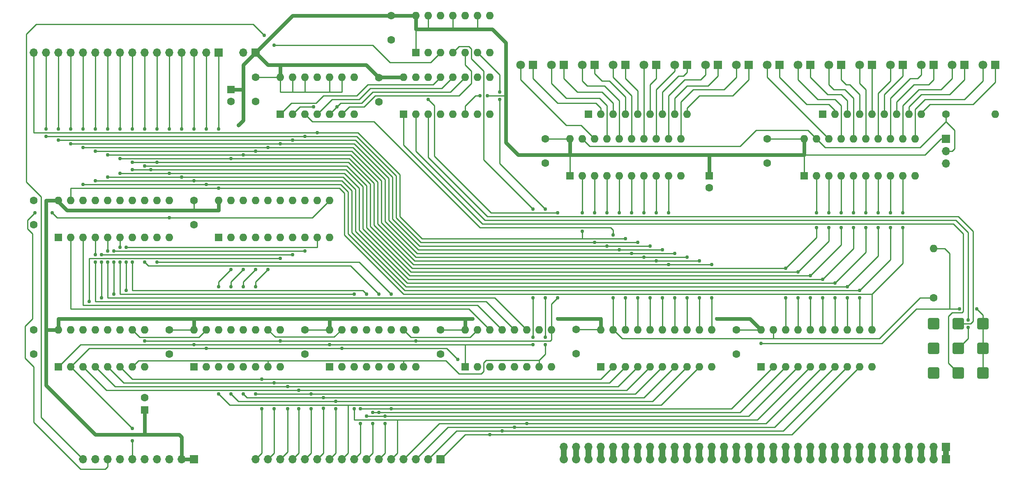
<source format=gtl>
G04 #@! TF.GenerationSoftware,KiCad,Pcbnew,(7.0.0)*
G04 #@! TF.CreationDate,2024-11-17T17:31:48-08:00*
G04 #@! TF.ProjectId,offset_preset_counter,6f666673-6574-45f7-9072-657365745f63,rev?*
G04 #@! TF.SameCoordinates,Original*
G04 #@! TF.FileFunction,Copper,L1,Top*
G04 #@! TF.FilePolarity,Positive*
%FSLAX46Y46*%
G04 Gerber Fmt 4.6, Leading zero omitted, Abs format (unit mm)*
G04 Created by KiCad (PCBNEW (7.0.0)) date 2024-11-17 17:31:48*
%MOMM*%
%LPD*%
G01*
G04 APERTURE LIST*
G04 Aperture macros list*
%AMRoundRect*
0 Rectangle with rounded corners*
0 $1 Rounding radius*
0 $2 $3 $4 $5 $6 $7 $8 $9 X,Y pos of 4 corners*
0 Add a 4 corners polygon primitive as box body*
4,1,4,$2,$3,$4,$5,$6,$7,$8,$9,$2,$3,0*
0 Add four circle primitives for the rounded corners*
1,1,$1+$1,$2,$3*
1,1,$1+$1,$4,$5*
1,1,$1+$1,$6,$7*
1,1,$1+$1,$8,$9*
0 Add four rect primitives between the rounded corners*
20,1,$1+$1,$2,$3,$4,$5,0*
20,1,$1+$1,$4,$5,$6,$7,0*
20,1,$1+$1,$6,$7,$8,$9,0*
20,1,$1+$1,$8,$9,$2,$3,0*%
%AMFreePoly0*
4,1,13,0.850000,-0.850000,-0.850000,-0.850000,-0.850000,-0.558000,-1.778000,-0.558000,-1.813355,-0.543355,-1.828000,-0.508000,-1.828000,0.508000,-1.813355,0.543355,-1.778000,0.558000,-0.850000,0.558000,-0.850000,0.850000,0.850000,0.850000,0.850000,-0.850000,0.850000,-0.850000,$1*%
%AMFreePoly1*
4,1,32,0.262664,0.808398,0.425000,0.736122,0.568761,0.631673,0.687664,0.499617,0.776514,0.345726,0.831425,0.176725,0.850000,0.000000,0.831425,-0.176725,0.776514,-0.345726,0.687664,-0.499617,0.568761,-0.631673,0.425000,-0.736122,0.262664,-0.808398,0.088849,-0.845344,-0.088849,-0.845344,-0.262664,-0.808398,-0.425000,-0.736122,-0.568761,-0.631673,-0.635096,-0.558000,-2.032000,-0.558000,
-2.067355,-0.543355,-2.082000,-0.508000,-2.082000,0.508000,-2.067355,0.543355,-2.032000,0.558000,-0.635096,0.558000,-0.568761,0.631673,-0.425000,0.736122,-0.262664,0.808398,-0.088849,0.845344,0.088849,0.845344,0.262664,0.808398,0.262664,0.808398,$1*%
G04 Aperture macros list end*
G04 #@! TA.AperFunction,ComponentPad*
%ADD10C,1.600000*%
G04 #@! TD*
G04 #@! TA.AperFunction,ComponentPad*
%ADD11R,1.800000X1.800000*%
G04 #@! TD*
G04 #@! TA.AperFunction,ComponentPad*
%ADD12C,1.800000*%
G04 #@! TD*
G04 #@! TA.AperFunction,ComponentPad*
%ADD13R,1.600000X1.600000*%
G04 #@! TD*
G04 #@! TA.AperFunction,ComponentPad*
%ADD14O,1.600000X1.600000*%
G04 #@! TD*
G04 #@! TA.AperFunction,ComponentPad*
%ADD15RoundRect,0.250001X-0.899999X-0.899999X0.899999X-0.899999X0.899999X0.899999X-0.899999X0.899999X0*%
G04 #@! TD*
G04 #@! TA.AperFunction,ComponentPad*
%ADD16R,1.700000X1.700000*%
G04 #@! TD*
G04 #@! TA.AperFunction,ComponentPad*
%ADD17O,1.700000X1.700000*%
G04 #@! TD*
G04 #@! TA.AperFunction,ComponentPad*
%ADD18FreePoly0,270.000000*%
G04 #@! TD*
G04 #@! TA.AperFunction,ComponentPad*
%ADD19FreePoly1,270.000000*%
G04 #@! TD*
G04 #@! TA.AperFunction,ViaPad*
%ADD20C,0.762000*%
G04 #@! TD*
G04 #@! TA.AperFunction,Conductor*
%ADD21C,0.254000*%
G04 #@! TD*
G04 #@! TA.AperFunction,Conductor*
%ADD22C,0.762000*%
G04 #@! TD*
G04 APERTURE END LIST*
D10*
X165100000Y-118030000D03*
X165100000Y-123030000D03*
X137160000Y-123110000D03*
X137160000Y-118110000D03*
X109220000Y-123110000D03*
X109220000Y-118110000D03*
X81280000Y-123110000D03*
X81280000Y-118110000D03*
X53340000Y-123110000D03*
X53340000Y-118110000D03*
X127000000Y-58340000D03*
X127000000Y-53340000D03*
D11*
X251459999Y-63499999D03*
D12*
X248920000Y-63500000D03*
D11*
X245109999Y-63499999D03*
D12*
X242570000Y-63500000D03*
D11*
X238759999Y-63499999D03*
D12*
X236220000Y-63500000D03*
D11*
X232409999Y-63499999D03*
D12*
X229870000Y-63500000D03*
D11*
X226059999Y-63499999D03*
D12*
X223520000Y-63500000D03*
D11*
X219709999Y-63499999D03*
D12*
X217170000Y-63500000D03*
D11*
X213359999Y-63499999D03*
D12*
X210820000Y-63500000D03*
D11*
X207009999Y-63499999D03*
D12*
X204470000Y-63500000D03*
D11*
X200659999Y-63499999D03*
D12*
X198120000Y-63500000D03*
D11*
X194309999Y-63499999D03*
D12*
X191770000Y-63500000D03*
D11*
X187959999Y-63499999D03*
D12*
X185420000Y-63500000D03*
D11*
X181609999Y-63499999D03*
D12*
X179070000Y-63500000D03*
D11*
X175259999Y-63499999D03*
D12*
X172720000Y-63500000D03*
D11*
X168909999Y-63499999D03*
D12*
X166370000Y-63500000D03*
D11*
X162559999Y-63499999D03*
D12*
X160020000Y-63500000D03*
D11*
X156209999Y-63499999D03*
D12*
X153670000Y-63500000D03*
D13*
X132079999Y-60959999D03*
D14*
X134619999Y-60959999D03*
X137159999Y-60959999D03*
X139699999Y-60959999D03*
X142239999Y-60959999D03*
X144779999Y-60959999D03*
X147319999Y-60959999D03*
X147319999Y-53339999D03*
X144779999Y-53339999D03*
X142239999Y-53339999D03*
X139699999Y-53339999D03*
X137159999Y-53339999D03*
X134619999Y-53339999D03*
X132079999Y-53339999D03*
D10*
X198120000Y-118110000D03*
X198120000Y-123110000D03*
X204470000Y-78740000D03*
X204470000Y-83740000D03*
X158750000Y-78740000D03*
X158750000Y-83740000D03*
D13*
X167639999Y-73659999D03*
D14*
X170179999Y-73659999D03*
X172719999Y-73659999D03*
X175259999Y-73659999D03*
X177799999Y-73659999D03*
X180339999Y-73659999D03*
X182879999Y-73659999D03*
X185419999Y-73659999D03*
X187959999Y-73659999D03*
D13*
X215899999Y-73659999D03*
D14*
X218439999Y-73659999D03*
X220979999Y-73659999D03*
X223519999Y-73659999D03*
X226059999Y-73659999D03*
X228599999Y-73659999D03*
X231139999Y-73659999D03*
X233679999Y-73659999D03*
X236219999Y-73659999D03*
D10*
X241300000Y-73660000D03*
D14*
X251459999Y-73659999D03*
D10*
X238760000Y-111506000D03*
D14*
X238759999Y-101345999D03*
D13*
X142239999Y-125729999D03*
D14*
X144779999Y-125729999D03*
X147319999Y-125729999D03*
X149859999Y-125729999D03*
X152399999Y-125729999D03*
X154939999Y-125729999D03*
X157479999Y-125729999D03*
X160019999Y-125729999D03*
X160019999Y-118109999D03*
X157479999Y-118109999D03*
X154939999Y-118109999D03*
X152399999Y-118109999D03*
X149859999Y-118109999D03*
X147319999Y-118109999D03*
X144779999Y-118109999D03*
X142239999Y-118109999D03*
D13*
X170179999Y-125729999D03*
D14*
X172719999Y-125729999D03*
X175259999Y-125729999D03*
X177799999Y-125729999D03*
X180339999Y-125729999D03*
X182879999Y-125729999D03*
X185419999Y-125729999D03*
X187959999Y-125729999D03*
X190499999Y-125729999D03*
X193039999Y-125729999D03*
X193039999Y-118109999D03*
X190499999Y-118109999D03*
X187959999Y-118109999D03*
X185419999Y-118109999D03*
X182879999Y-118109999D03*
X180339999Y-118109999D03*
X177799999Y-118109999D03*
X175259999Y-118109999D03*
X172719999Y-118109999D03*
X170179999Y-118109999D03*
D15*
X238760000Y-116840000D03*
D13*
X76199999Y-134619999D03*
D10*
X76200000Y-132120000D03*
D13*
X91439999Y-99059999D03*
D14*
X93979999Y-99059999D03*
X96519999Y-99059999D03*
X99059999Y-99059999D03*
X101599999Y-99059999D03*
X104139999Y-99059999D03*
X106679999Y-99059999D03*
X109219999Y-99059999D03*
X111759999Y-99059999D03*
X114299999Y-99059999D03*
X114299999Y-91439999D03*
X111759999Y-91439999D03*
X109219999Y-91439999D03*
X106679999Y-91439999D03*
X104139999Y-91439999D03*
X101599999Y-91439999D03*
X99059999Y-91439999D03*
X96519999Y-91439999D03*
X93979999Y-91439999D03*
X91439999Y-91439999D03*
D16*
X137159999Y-144779999D03*
D17*
X134619999Y-144779999D03*
X132079999Y-144779999D03*
X129539999Y-144779999D03*
X126999999Y-144779999D03*
X124459999Y-144779999D03*
X121919999Y-144779999D03*
X119379999Y-144779999D03*
X116839999Y-144779999D03*
X114299999Y-144779999D03*
X111759999Y-144779999D03*
X109219999Y-144779999D03*
X106679999Y-144779999D03*
X104139999Y-144779999D03*
X101599999Y-144779999D03*
X99059999Y-144779999D03*
D15*
X248920000Y-121920000D03*
X248920000Y-116840000D03*
D13*
X129539999Y-73659999D03*
D14*
X132079999Y-73659999D03*
X134619999Y-73659999D03*
X137159999Y-73659999D03*
X139699999Y-73659999D03*
X142239999Y-73659999D03*
X144779999Y-73659999D03*
X147319999Y-73659999D03*
X147319999Y-66039999D03*
X144779999Y-66039999D03*
X142239999Y-66039999D03*
X139699999Y-66039999D03*
X137159999Y-66039999D03*
X134619999Y-66039999D03*
X132079999Y-66039999D03*
X129539999Y-66039999D03*
D10*
X53340000Y-96440000D03*
X53340000Y-91440000D03*
X99060000Y-71040000D03*
X99060000Y-66040000D03*
D15*
X238760000Y-121920000D03*
D13*
X203199999Y-125729999D03*
D14*
X205739999Y-125729999D03*
X208279999Y-125729999D03*
X210819999Y-125729999D03*
X213359999Y-125729999D03*
X215899999Y-125729999D03*
X218439999Y-125729999D03*
X220979999Y-125729999D03*
X223519999Y-125729999D03*
X226059999Y-125729999D03*
X226059999Y-118109999D03*
X223519999Y-118109999D03*
X220979999Y-118109999D03*
X218439999Y-118109999D03*
X215899999Y-118109999D03*
X213359999Y-118109999D03*
X210819999Y-118109999D03*
X208279999Y-118109999D03*
X205739999Y-118109999D03*
X203199999Y-118109999D03*
D16*
X86359999Y-144779999D03*
D17*
X83819999Y-144779999D03*
X81279999Y-144779999D03*
X78739999Y-144779999D03*
X76199999Y-144779999D03*
X73659999Y-144779999D03*
X71119999Y-144779999D03*
X68579999Y-144779999D03*
X66039999Y-144779999D03*
X63499999Y-144779999D03*
D13*
X58419999Y-99059999D03*
D14*
X60959999Y-99059999D03*
X63499999Y-99059999D03*
X66039999Y-99059999D03*
X68579999Y-99059999D03*
X71119999Y-99059999D03*
X73659999Y-99059999D03*
X76199999Y-99059999D03*
X78739999Y-99059999D03*
X81279999Y-99059999D03*
X81279999Y-91439999D03*
X78739999Y-91439999D03*
X76199999Y-91439999D03*
X73659999Y-91439999D03*
X71119999Y-91439999D03*
X68579999Y-91439999D03*
X66039999Y-91439999D03*
X63499999Y-91439999D03*
X60959999Y-91439999D03*
X58419999Y-91439999D03*
D15*
X238760000Y-127000000D03*
D16*
X241299999Y-142239999D03*
D18*
X241300000Y-144780000D03*
D17*
X238759999Y-142239999D03*
D19*
X238760000Y-144780000D03*
D17*
X236219999Y-142239999D03*
D19*
X236220000Y-144780000D03*
D17*
X233679999Y-142239999D03*
D19*
X233680000Y-144780000D03*
D17*
X231139999Y-142239999D03*
D19*
X231140000Y-144780000D03*
D17*
X228599999Y-142239999D03*
D19*
X228600000Y-144780000D03*
D17*
X226059999Y-142239999D03*
D19*
X226060000Y-144780000D03*
D17*
X223519999Y-142239999D03*
D19*
X223520000Y-144780000D03*
D17*
X220979999Y-142239999D03*
D19*
X220980000Y-144780000D03*
D17*
X218439999Y-142239999D03*
D19*
X218440000Y-144780000D03*
D17*
X215899999Y-142239999D03*
D19*
X215900000Y-144780000D03*
D17*
X213359999Y-142239999D03*
D19*
X213360000Y-144780000D03*
D17*
X210819999Y-142239999D03*
D19*
X210820000Y-144780000D03*
D17*
X208279999Y-142239999D03*
D19*
X208280000Y-144780000D03*
D17*
X205739999Y-142239999D03*
D19*
X205740000Y-144780000D03*
D17*
X203199999Y-142239999D03*
D19*
X203200000Y-144780000D03*
D17*
X200659999Y-142239999D03*
D19*
X200660000Y-144780000D03*
D17*
X198119999Y-142239999D03*
D19*
X198120000Y-144780000D03*
D17*
X195579999Y-142239999D03*
D19*
X195580000Y-144780000D03*
D17*
X193039999Y-142239999D03*
D19*
X193040000Y-144780000D03*
D17*
X190499999Y-142239999D03*
D19*
X190500000Y-144780000D03*
D17*
X187959999Y-142239999D03*
D19*
X187960000Y-144780000D03*
D17*
X185419999Y-142239999D03*
D19*
X185420000Y-144780000D03*
D17*
X182879999Y-142239999D03*
D19*
X182880000Y-144780000D03*
D17*
X180339999Y-142239999D03*
D19*
X180340000Y-144780000D03*
D17*
X177799999Y-142239999D03*
D19*
X177800000Y-144780000D03*
D17*
X175259999Y-142239999D03*
D19*
X175260000Y-144780000D03*
D17*
X172719999Y-142239999D03*
D19*
X172720000Y-144780000D03*
D17*
X170179999Y-142239999D03*
D19*
X170180000Y-144780000D03*
D17*
X167639999Y-142239999D03*
D19*
X167640000Y-144780000D03*
D17*
X165099999Y-142239999D03*
D19*
X165100000Y-144780000D03*
D17*
X162559999Y-142239999D03*
D19*
X162560000Y-144780000D03*
D13*
X104139999Y-73659999D03*
D14*
X106679999Y-73659999D03*
X109219999Y-73659999D03*
X111759999Y-73659999D03*
X114299999Y-73659999D03*
X116839999Y-73659999D03*
X119379999Y-73659999D03*
X119379999Y-66039999D03*
X116839999Y-66039999D03*
X114299999Y-66039999D03*
X111759999Y-66039999D03*
X109219999Y-66039999D03*
X106679999Y-66039999D03*
X104139999Y-66039999D03*
D16*
X99059999Y-60959999D03*
D17*
X96519999Y-60959999D03*
D10*
X86360000Y-96440000D03*
X86360000Y-91440000D03*
D15*
X243840000Y-116840000D03*
D13*
X86359999Y-125729999D03*
D14*
X88899999Y-125729999D03*
X91439999Y-125729999D03*
X93979999Y-125729999D03*
X96519999Y-125729999D03*
X99059999Y-125729999D03*
X101599999Y-125729999D03*
X104139999Y-125729999D03*
X104139999Y-118109999D03*
X101599999Y-118109999D03*
X99059999Y-118109999D03*
X96519999Y-118109999D03*
X93979999Y-118109999D03*
X91439999Y-118109999D03*
X88899999Y-118109999D03*
X86359999Y-118109999D03*
D13*
X114299999Y-125729999D03*
D14*
X116839999Y-125729999D03*
X119379999Y-125729999D03*
X121919999Y-125729999D03*
X124459999Y-125729999D03*
X126999999Y-125729999D03*
X129539999Y-125729999D03*
X132079999Y-125729999D03*
X132079999Y-118109999D03*
X129539999Y-118109999D03*
X126999999Y-118109999D03*
X124459999Y-118109999D03*
X121919999Y-118109999D03*
X119379999Y-118109999D03*
X116839999Y-118109999D03*
X114299999Y-118109999D03*
D16*
X91439999Y-60959999D03*
D17*
X88899999Y-60959999D03*
X86359999Y-60959999D03*
X83819999Y-60959999D03*
X81279999Y-60959999D03*
X78739999Y-60959999D03*
X76199999Y-60959999D03*
X73659999Y-60959999D03*
X71119999Y-60959999D03*
X68579999Y-60959999D03*
X66039999Y-60959999D03*
X63499999Y-60959999D03*
X60959999Y-60959999D03*
X58419999Y-60959999D03*
X55879999Y-60959999D03*
X53339999Y-60959999D03*
D13*
X58419999Y-125729999D03*
D14*
X60959999Y-125729999D03*
X63499999Y-125729999D03*
X66039999Y-125729999D03*
X68579999Y-125729999D03*
X71119999Y-125729999D03*
X73659999Y-125729999D03*
X76199999Y-125729999D03*
X76199999Y-118109999D03*
X73659999Y-118109999D03*
X71119999Y-118109999D03*
X68579999Y-118109999D03*
X66039999Y-118109999D03*
X63499999Y-118109999D03*
X60959999Y-118109999D03*
X58419999Y-118109999D03*
D13*
X93979999Y-68579999D03*
D10*
X93980000Y-71080000D03*
X124460000Y-71120000D03*
X124460000Y-66120000D03*
D13*
X212089999Y-86359999D03*
D14*
X214629999Y-86359999D03*
X217169999Y-86359999D03*
X219709999Y-86359999D03*
X222249999Y-86359999D03*
X224789999Y-86359999D03*
X227329999Y-86359999D03*
X229869999Y-86359999D03*
X232409999Y-86359999D03*
X234949999Y-86359999D03*
X234949999Y-78739999D03*
X232409999Y-78739999D03*
X229869999Y-78739999D03*
X227329999Y-78739999D03*
X224789999Y-78739999D03*
X222249999Y-78739999D03*
X219709999Y-78739999D03*
X217169999Y-78739999D03*
X214629999Y-78739999D03*
X212089999Y-78739999D03*
D15*
X248920000Y-127000000D03*
D13*
X163829999Y-86359999D03*
D14*
X166369999Y-86359999D03*
X168909999Y-86359999D03*
X171449999Y-86359999D03*
X173989999Y-86359999D03*
X176529999Y-86359999D03*
X179069999Y-86359999D03*
X181609999Y-86359999D03*
X184149999Y-86359999D03*
X186689999Y-86359999D03*
X186689999Y-78739999D03*
X184149999Y-78739999D03*
X181609999Y-78739999D03*
X179069999Y-78739999D03*
X176529999Y-78739999D03*
X173989999Y-78739999D03*
X171449999Y-78739999D03*
X168909999Y-78739999D03*
X166369999Y-78739999D03*
X163829999Y-78739999D03*
D15*
X243840000Y-121920000D03*
X243840000Y-127000000D03*
D16*
X241299999Y-78739999D03*
D17*
X241299999Y-81279999D03*
X241299999Y-83819999D03*
D13*
X192531999Y-86359999D03*
D10*
X192532000Y-88860000D03*
D20*
X162814000Y-115824000D03*
X95504000Y-75946000D03*
X247650000Y-113792000D03*
X96520000Y-74930000D03*
X145288000Y-69850000D03*
X194056000Y-115824000D03*
X161290000Y-115824000D03*
X203200000Y-120904000D03*
X170180000Y-115824000D03*
X143764000Y-115824000D03*
X142240000Y-115824000D03*
X195580000Y-115824000D03*
X168656000Y-115824000D03*
X244094000Y-113792000D03*
X146812000Y-69850000D03*
X72390000Y-109982000D03*
X72390000Y-101092000D03*
X72390000Y-104140000D03*
X109220000Y-101854000D03*
X69850000Y-104140000D03*
X69850000Y-101854000D03*
X69850000Y-110744000D03*
X106680000Y-102616000D03*
X67310000Y-104140000D03*
X67310000Y-111506000D03*
X67310000Y-102616000D03*
X64770000Y-112268000D03*
X104140000Y-103378000D03*
X101600000Y-105664000D03*
X99060000Y-109220000D03*
X96520000Y-109220000D03*
X99060000Y-105664000D03*
X93980000Y-109220000D03*
X96520000Y-105664000D03*
X91440000Y-109220000D03*
X93980000Y-105664000D03*
X78740000Y-104140000D03*
X127000000Y-110744000D03*
X124460000Y-110744000D03*
X76200000Y-104140000D03*
X73660000Y-104140000D03*
X121920000Y-110744000D03*
X119380000Y-110744000D03*
X71120000Y-104140000D03*
X71120000Y-101092000D03*
X68580000Y-101854000D03*
X68580000Y-104140000D03*
X66040000Y-104140000D03*
X66040000Y-102616000D03*
X147320000Y-139700000D03*
X149860000Y-138938000D03*
X152400000Y-138176000D03*
X154940000Y-137414000D03*
X119380000Y-134366000D03*
X125730000Y-137414000D03*
X125730000Y-135890000D03*
X121920000Y-135890000D03*
X124460000Y-135128000D03*
X123190000Y-135128000D03*
X123190000Y-137414000D03*
X120650000Y-137414000D03*
X127000000Y-134366000D03*
X120650000Y-134366000D03*
X91440000Y-131318000D03*
X115570000Y-134366000D03*
X115570000Y-132842000D03*
X93980000Y-131318000D03*
X113030000Y-132080000D03*
X113030000Y-134311500D03*
X96520000Y-131318000D03*
X110490000Y-131318000D03*
X110490000Y-134366000D03*
X99060000Y-131318000D03*
X107950000Y-130556000D03*
X107950000Y-134366000D03*
X105664000Y-129794000D03*
X105664000Y-134366000D03*
X102870000Y-134366000D03*
X102870000Y-129032000D03*
X100330000Y-134366000D03*
X100330000Y-128270000D03*
X88900000Y-121920000D03*
X73660000Y-140970000D03*
X73660000Y-138430000D03*
X116840000Y-121920000D03*
X140716000Y-124206000D03*
X100838000Y-57404000D03*
X102870000Y-59436000D03*
X156210000Y-111506000D03*
X86360000Y-121158000D03*
X156210000Y-119634000D03*
X156210000Y-121158000D03*
X156210000Y-93218000D03*
X114300000Y-121158000D03*
X81280000Y-94996000D03*
X57150000Y-93980000D03*
X53594000Y-93980000D03*
X166370000Y-97790000D03*
X166370000Y-93980000D03*
X111760000Y-77470000D03*
X175260000Y-111506000D03*
X175260000Y-99314000D03*
X168910000Y-100076000D03*
X177800000Y-100076000D03*
X109220000Y-78232000D03*
X55880000Y-76708000D03*
X168910000Y-93980000D03*
X55880000Y-78232000D03*
X177800000Y-111506000D03*
X180340000Y-111506000D03*
X58420000Y-78994000D03*
X180340000Y-100838000D03*
X106680000Y-78994000D03*
X58420000Y-76708000D03*
X171450000Y-93980000D03*
X171450000Y-100838000D03*
X173990000Y-93980000D03*
X182880000Y-101600000D03*
X173990000Y-101600000D03*
X60960000Y-79756000D03*
X60960000Y-76708000D03*
X182880000Y-111506000D03*
X104140000Y-79756000D03*
X185420000Y-102362000D03*
X63500000Y-76708000D03*
X185420000Y-111506000D03*
X63500000Y-80518000D03*
X176530000Y-93980000D03*
X176530000Y-102362000D03*
X101600000Y-80518000D03*
X187960000Y-111506000D03*
X179070000Y-103124000D03*
X66040000Y-76708000D03*
X179070000Y-93980000D03*
X99060000Y-81280000D03*
X66040000Y-81280000D03*
X187960000Y-103124000D03*
X181610000Y-93980000D03*
X190500000Y-103886000D03*
X190500000Y-111506000D03*
X68580000Y-82042000D03*
X68580000Y-76708000D03*
X96520000Y-82042000D03*
X181610000Y-103886000D03*
X193040000Y-104648000D03*
X93980000Y-82804000D03*
X71120000Y-76708000D03*
X71120000Y-82804000D03*
X184150000Y-93980000D03*
X184150000Y-104648000D03*
X193040000Y-111506000D03*
X214630000Y-97028000D03*
X73660000Y-83566000D03*
X208280000Y-111506000D03*
X208280000Y-105410000D03*
X78740000Y-83566000D03*
X214630000Y-93980000D03*
X73660000Y-76708000D03*
X210820000Y-111506000D03*
X217170000Y-93980000D03*
X76200000Y-76708000D03*
X217170000Y-97028000D03*
X210820000Y-106172000D03*
X76200000Y-84328000D03*
X77470000Y-85090000D03*
X219710000Y-97028000D03*
X78740000Y-76708000D03*
X219710000Y-93980000D03*
X213360000Y-111506000D03*
X73660000Y-85090000D03*
X213360000Y-106934000D03*
X222250000Y-97028000D03*
X81280000Y-85852000D03*
X71120000Y-85852000D03*
X222250000Y-93980000D03*
X215900000Y-107696000D03*
X81280000Y-76708000D03*
X215900000Y-111506000D03*
X83820000Y-76708000D03*
X218440000Y-108458000D03*
X224790000Y-93980000D03*
X68580000Y-86614000D03*
X224790000Y-97028000D03*
X218440000Y-111506000D03*
X83820000Y-86614000D03*
X227330000Y-97028000D03*
X66040000Y-87376000D03*
X227330000Y-93980000D03*
X86360000Y-87376000D03*
X220980000Y-111506000D03*
X220980000Y-109220000D03*
X86360000Y-76708000D03*
X229870000Y-93980000D03*
X223520000Y-111506000D03*
X88900000Y-76708000D03*
X223520000Y-109982000D03*
X88900000Y-88138000D03*
X63500000Y-88138000D03*
X229870000Y-97028000D03*
X232410000Y-97028000D03*
X91440000Y-88900000D03*
X232410000Y-93980000D03*
X91440000Y-76708000D03*
X245872000Y-117602000D03*
X245872000Y-116078000D03*
X172720000Y-98552000D03*
X172720000Y-111506000D03*
X158750000Y-111506000D03*
X149352000Y-69088000D03*
X158750000Y-121158000D03*
X158750000Y-119634000D03*
X149352000Y-70612000D03*
X158750000Y-93218000D03*
X134620000Y-70612000D03*
X161290000Y-111506000D03*
X76200000Y-120396000D03*
X104140000Y-120396000D03*
X161290000Y-93980000D03*
X132080000Y-120396000D03*
X115824000Y-72136000D03*
X110998000Y-72136000D03*
D21*
X132080000Y-60960000D02*
X132080000Y-56134000D01*
X116840000Y-69088000D02*
X116840000Y-66040000D01*
X145288000Y-69850000D02*
X144399000Y-69850000D01*
D22*
X101600000Y-63500000D02*
X99060000Y-60960000D01*
X76200000Y-139700000D02*
X76200000Y-134620000D01*
X153161995Y-82041995D02*
X153162020Y-82041970D01*
X104140000Y-63500000D02*
X101600000Y-63500000D01*
X106680000Y-53340000D02*
X132080000Y-53340000D01*
X170180000Y-115824000D02*
X170180000Y-118110000D01*
X83820000Y-140208000D02*
X83820000Y-144780000D01*
X114300000Y-115824000D02*
X115824000Y-115824000D01*
X200914000Y-115824000D02*
X203200000Y-118110000D01*
X66040000Y-139700000D02*
X55880000Y-129540000D01*
X147828000Y-56134000D02*
X150622000Y-58928000D01*
X161290000Y-115824000D02*
X162814000Y-115824000D01*
D21*
X144399000Y-69850000D02*
X142240000Y-72009000D01*
D22*
X212090000Y-78740000D02*
X212090000Y-82041970D01*
D21*
X228092000Y-120904000D02*
X235204000Y-113792000D01*
D22*
X55880000Y-91440000D02*
X58166000Y-91440000D01*
D21*
X204470000Y-78740000D02*
X212090000Y-78740000D01*
X248920000Y-115062000D02*
X248920000Y-116840000D01*
D22*
X60198000Y-93472000D02*
X86360000Y-93472000D01*
X102616000Y-115824000D02*
X114300000Y-115824000D01*
X195580000Y-115824000D02*
X200914000Y-115824000D01*
X75184000Y-115824000D02*
X86360000Y-115824000D01*
D21*
X158750000Y-78740000D02*
X163830000Y-78740000D01*
D22*
X83312000Y-139700000D02*
X83820000Y-140208000D01*
X163830000Y-82041970D02*
X195580000Y-82041970D01*
X101092000Y-115824000D02*
X102616000Y-115824000D01*
X73406000Y-115824000D02*
X75184000Y-115824000D01*
D21*
X248920000Y-116840000D02*
X248920000Y-127000000D01*
D22*
X142240000Y-115824000D02*
X143764000Y-115824000D01*
D21*
X198120000Y-118110000D02*
X203200000Y-118110000D01*
X142240000Y-72009000D02*
X142240000Y-73660000D01*
D22*
X168656000Y-115824000D02*
X170180000Y-115824000D01*
D21*
X137160000Y-118110000D02*
X142160000Y-118110000D01*
D22*
X95504000Y-75946000D02*
X96520000Y-74930000D01*
X114300000Y-115824000D02*
X114300000Y-118110000D01*
D21*
X106680000Y-66040000D02*
X106680000Y-68580000D01*
D22*
X195580000Y-82041970D02*
X208534000Y-82041970D01*
X121840000Y-63500000D02*
X104140000Y-63500000D01*
D21*
X99060000Y-66040000D02*
X104140000Y-66040000D01*
D22*
X96520000Y-68580000D02*
X96520000Y-63500000D01*
X163830000Y-82041970D02*
X163830000Y-78740000D01*
X129540000Y-66040000D02*
X124380000Y-66040000D01*
X86360000Y-93472000D02*
X89662000Y-93472000D01*
D21*
X81280000Y-118110000D02*
X86360000Y-118110000D01*
D22*
X115824000Y-115824000D02*
X117856000Y-115824000D01*
D21*
X236982000Y-82041970D02*
X212090000Y-82041970D01*
D22*
X153162020Y-82041970D02*
X163830000Y-82041970D01*
X132080000Y-56134000D02*
X147828000Y-56134000D01*
X124380000Y-66040000D02*
X121840000Y-63500000D01*
X99060000Y-60960000D02*
X101600000Y-58420000D01*
D21*
X104140000Y-69088000D02*
X106680000Y-69088000D01*
X212090000Y-86360000D02*
X212090000Y-82041970D01*
X139700000Y-53340000D02*
X139700000Y-56134000D01*
D22*
X192532000Y-82041970D02*
X192532000Y-86360000D01*
D21*
X104140000Y-66040000D02*
X104140000Y-69088000D01*
X109220000Y-66040000D02*
X109220000Y-68580000D01*
X170100000Y-118030000D02*
X170180000Y-118110000D01*
X114300000Y-69088000D02*
X116840000Y-69088000D01*
X134620000Y-53340000D02*
X134620000Y-56134000D01*
D22*
X55880000Y-118364000D02*
X55880000Y-91440000D01*
X150622000Y-69723000D02*
X150622000Y-79502000D01*
X86360000Y-115824000D02*
X86360000Y-118110000D01*
X83820000Y-144780000D02*
X86360000Y-144780000D01*
D21*
X247650000Y-113792000D02*
X248920000Y-115062000D01*
D22*
X58420000Y-115824000D02*
X73406000Y-115824000D01*
D21*
X203200000Y-120904000D02*
X228092000Y-120904000D01*
X146812000Y-69850000D02*
X150495000Y-69850000D01*
X106680000Y-69088000D02*
X106680000Y-68580000D01*
D22*
X58166000Y-91440000D02*
X60198000Y-93472000D01*
D21*
X165100000Y-118030000D02*
X170100000Y-118030000D01*
X238760000Y-101346000D02*
X241046000Y-101346000D01*
D22*
X58420000Y-118110000D02*
X58420000Y-115824000D01*
D21*
X242062000Y-113792000D02*
X244094000Y-113792000D01*
D22*
X91440000Y-93472000D02*
X91440000Y-91440000D01*
D21*
X144780000Y-56134000D02*
X144780000Y-53340000D01*
D22*
X150622000Y-58928000D02*
X150622000Y-69723000D01*
X194056000Y-115824000D02*
X195580000Y-115824000D01*
X150622000Y-79502000D02*
X153161995Y-82041995D01*
X96520000Y-63500000D02*
X99060000Y-60960000D01*
X96520000Y-74930000D02*
X96520000Y-68580000D01*
X117856000Y-115824000D02*
X142240000Y-115824000D01*
X104140000Y-63500000D02*
X104140000Y-66040000D01*
X101600000Y-58420000D02*
X106680000Y-53340000D01*
X212090000Y-82041970D02*
X208534000Y-82041970D01*
X66040000Y-139700000D02*
X76200000Y-139700000D01*
X96520000Y-68580000D02*
X93980000Y-68580000D01*
X86360000Y-115824000D02*
X101092000Y-115824000D01*
D21*
X86360000Y-91440000D02*
X86360000Y-93472000D01*
X109220000Y-69088000D02*
X114300000Y-69088000D01*
X114300000Y-69088000D02*
X114300000Y-68580000D01*
X114300000Y-66040000D02*
X114300000Y-68580000D01*
X235204000Y-113792000D02*
X242062000Y-113792000D01*
X106680000Y-69088000D02*
X109220000Y-69088000D01*
X109220000Y-68580000D02*
X109220000Y-69088000D01*
D22*
X55880000Y-118110000D02*
X58420000Y-118110000D01*
X162814000Y-115824000D02*
X168656000Y-115824000D01*
X76200000Y-139700000D02*
X83312000Y-139700000D01*
X89662000Y-93472000D02*
X91440000Y-93472000D01*
X55880000Y-129540000D02*
X55880000Y-118364000D01*
X132080000Y-53340000D02*
X132080000Y-56134000D01*
D21*
X163830000Y-86360000D02*
X163830000Y-82041970D01*
X236982000Y-82041970D02*
X240268970Y-78755000D01*
X109220000Y-118110000D02*
X114300000Y-118110000D01*
X241046000Y-101346000D02*
X242062000Y-102362000D01*
X242062000Y-102362000D02*
X242062000Y-113792000D01*
D22*
X142240000Y-115824000D02*
X142240000Y-118110000D01*
D21*
X240268970Y-78755000D02*
X241300000Y-78755000D01*
X248920000Y-66802000D02*
X248920000Y-63500000D01*
X245110000Y-70612000D02*
X248920000Y-66802000D01*
X236982000Y-70612000D02*
X245110000Y-70612000D01*
X234950000Y-78740000D02*
X234950000Y-72644000D01*
X234950000Y-72644000D02*
X236982000Y-70612000D01*
X246888000Y-71628000D02*
X251460000Y-67056000D01*
X236220000Y-73406000D02*
X237998000Y-71628000D01*
X251460000Y-67056000D02*
X251460000Y-63500000D01*
X237998000Y-71628000D02*
X246888000Y-71628000D01*
X236220000Y-73660000D02*
X236220000Y-73406000D01*
X242570000Y-63500000D02*
X242570000Y-66294000D01*
X235712000Y-68580000D02*
X232410000Y-71882000D01*
X240284000Y-68580000D02*
X235712000Y-68580000D01*
X242570000Y-66294000D02*
X240284000Y-68580000D01*
X232410000Y-71882000D02*
X232410000Y-78740000D01*
X245110000Y-66548000D02*
X245110000Y-63500000D01*
X233680000Y-72136000D02*
X236220000Y-69596000D01*
X236220000Y-69596000D02*
X242062000Y-69596000D01*
X242062000Y-69596000D02*
X245110000Y-66548000D01*
X233680000Y-73660000D02*
X233680000Y-72136000D01*
X229870000Y-70358000D02*
X229870000Y-78740000D01*
X236220000Y-63500000D02*
X236220000Y-65532000D01*
X235458000Y-66294000D02*
X233934000Y-66294000D01*
X236220000Y-65532000D02*
X235458000Y-66294000D01*
X233934000Y-66294000D02*
X229870000Y-70358000D01*
X231140000Y-71120000D02*
X234696000Y-67564000D01*
X238760000Y-66548000D02*
X238760000Y-63500000D01*
X237744000Y-67564000D02*
X238760000Y-66548000D01*
X231140000Y-73660000D02*
X231140000Y-71120000D01*
X234696000Y-67564000D02*
X237744000Y-67564000D01*
X227330000Y-69342000D02*
X227330000Y-78740000D01*
X229870000Y-63500000D02*
X229870000Y-66802000D01*
X229870000Y-66802000D02*
X227330000Y-69342000D01*
X228600000Y-73660000D02*
X228600000Y-69596000D01*
X232410000Y-65786000D02*
X232410000Y-63754000D01*
X228600000Y-69596000D02*
X232410000Y-65786000D01*
X224790000Y-68580000D02*
X223520000Y-67310000D01*
X223520000Y-67310000D02*
X223520000Y-63500000D01*
X224790000Y-78740000D02*
X224790000Y-68580000D01*
X226060000Y-63500000D02*
X226060000Y-64654000D01*
X226060000Y-64654000D02*
X226060000Y-73406000D01*
X222250000Y-78740000D02*
X222250000Y-70358000D01*
X217170000Y-67564000D02*
X217170000Y-63500000D01*
X220472000Y-68580000D02*
X218186000Y-68580000D01*
X218186000Y-68580000D02*
X217170000Y-67564000D01*
X222250000Y-70358000D02*
X220472000Y-68580000D01*
X223520000Y-73660000D02*
X223520000Y-69596000D01*
X219710000Y-66548000D02*
X219710000Y-63500000D01*
X220726000Y-67564000D02*
X219710000Y-66548000D01*
X223520000Y-69596000D02*
X221488000Y-67564000D01*
X221488000Y-67564000D02*
X220726000Y-67564000D01*
X219710000Y-78740000D02*
X219710000Y-71882000D01*
X218440000Y-70612000D02*
X214884000Y-70612000D01*
X219710000Y-71882000D02*
X218440000Y-70612000D01*
X210820000Y-66548000D02*
X210820000Y-63500000D01*
X214884000Y-70612000D02*
X210820000Y-66548000D01*
X213360000Y-66040000D02*
X216916000Y-69596000D01*
X216916000Y-69596000D02*
X219710000Y-69596000D01*
X213360000Y-63500000D02*
X213360000Y-66040000D01*
X220980000Y-70866000D02*
X220980000Y-73660000D01*
X219710000Y-69596000D02*
X220980000Y-70866000D01*
X204470000Y-66040000D02*
X204470000Y-63500000D01*
X217170000Y-78740000D02*
X204470000Y-66040000D01*
X218440000Y-72898000D02*
X218440000Y-73660000D01*
X212598000Y-71628000D02*
X217170000Y-71628000D01*
X207010000Y-66040000D02*
X212598000Y-71628000D01*
X207010000Y-63500000D02*
X207010000Y-66040000D01*
X217170000Y-71628000D02*
X218440000Y-72898000D01*
X111760000Y-101092000D02*
X111760000Y-99060000D01*
X72390000Y-109982000D02*
X72390000Y-104140000D01*
X72390000Y-101092000D02*
X111760000Y-101092000D01*
X109220000Y-101854000D02*
X69850000Y-101854000D01*
X69850000Y-110744000D02*
X69850000Y-104140000D01*
X67310000Y-111506000D02*
X67310000Y-104140000D01*
X67310000Y-102616000D02*
X106680000Y-102616000D01*
X64770000Y-112268000D02*
X64770000Y-103378000D01*
X104140000Y-103378000D02*
X64770000Y-103378000D01*
X99060000Y-108204000D02*
X99060000Y-109220000D01*
X101600000Y-105664000D02*
X99060000Y-108204000D01*
X99060000Y-105664000D02*
X96520000Y-108204000D01*
X96520000Y-108204000D02*
X96520000Y-109220000D01*
X96520000Y-105664000D02*
X93980000Y-108204000D01*
X93980000Y-108204000D02*
X93980000Y-109220000D01*
X93980000Y-105664000D02*
X91440000Y-108204000D01*
X91440000Y-108204000D02*
X91440000Y-109220000D01*
X127000000Y-110744000D02*
X120396000Y-104140000D01*
X120396000Y-104140000D02*
X78740000Y-104140000D01*
X76962000Y-104902000D02*
X76200000Y-104140000D01*
X124460000Y-110744000D02*
X118618000Y-104902000D01*
X118618000Y-104902000D02*
X76962000Y-104902000D01*
X73660000Y-104140000D02*
X73660000Y-109982000D01*
X73660000Y-109982000D02*
X121158000Y-109982000D01*
X121158000Y-109982000D02*
X121920000Y-110744000D01*
X71120000Y-110744000D02*
X71120000Y-104140000D01*
X119380000Y-110744000D02*
X71120000Y-110744000D01*
X71120000Y-101092000D02*
X71120000Y-99060000D01*
X68580000Y-99060000D02*
X68580000Y-101854000D01*
X68580000Y-111506000D02*
X148336000Y-111506000D01*
X148336000Y-111506000D02*
X154940000Y-118110000D01*
X68580000Y-104140000D02*
X68580000Y-111506000D01*
X152400000Y-118110000D02*
X146558000Y-112268000D01*
X146558000Y-112268000D02*
X66040000Y-112268000D01*
X66040000Y-112268000D02*
X66040000Y-104140000D01*
X66040000Y-102616000D02*
X66040000Y-99060000D01*
X63500000Y-99060000D02*
X63500000Y-113030000D01*
X144780000Y-113030000D02*
X149860000Y-118110000D01*
X63500000Y-113030000D02*
X144780000Y-113030000D01*
X143002000Y-113792000D02*
X60960000Y-113792000D01*
X147320000Y-118110000D02*
X143002000Y-113792000D01*
X60960000Y-113792000D02*
X60960000Y-99060000D01*
X142240000Y-139700000D02*
X147320000Y-139700000D01*
X137160000Y-144780000D02*
X142240000Y-139700000D01*
X147320000Y-139700000D02*
X209550000Y-139700000D01*
X209550000Y-139700000D02*
X223520000Y-125730000D01*
X134620000Y-144780000D02*
X140462000Y-138938000D01*
X149860000Y-138938000D02*
X207772000Y-138938000D01*
X207772000Y-138938000D02*
X220980000Y-125730000D01*
X140462000Y-138938000D02*
X149860000Y-138938000D01*
X152400000Y-138176000D02*
X205994000Y-138176000D01*
X205994000Y-138176000D02*
X218440000Y-125730000D01*
X138684000Y-138176000D02*
X152400000Y-138176000D01*
X132080000Y-144780000D02*
X138684000Y-138176000D01*
X215900000Y-125730000D02*
X204216000Y-137414000D01*
X154940000Y-137414000D02*
X136906000Y-137414000D01*
X204216000Y-137414000D02*
X154940000Y-137414000D01*
X136906000Y-137414000D02*
X129540000Y-144780000D01*
X128270000Y-136652000D02*
X127000000Y-136652000D01*
X128270000Y-143510000D02*
X128270000Y-136652000D01*
X119380000Y-134366000D02*
X119380000Y-136652000D01*
X119380000Y-136652000D02*
X127000000Y-136652000D01*
X127000000Y-136652000D02*
X202438000Y-136652000D01*
X202438000Y-136652000D02*
X213360000Y-125730000D01*
X127000000Y-144780000D02*
X128270000Y-143510000D01*
X125730000Y-135890000D02*
X200660000Y-135890000D01*
X121920000Y-135890000D02*
X125730000Y-135890000D01*
X124460000Y-144780000D02*
X125730000Y-143510000D01*
X125730000Y-143510000D02*
X125730000Y-137414000D01*
X200660000Y-135890000D02*
X210820000Y-125730000D01*
X124460000Y-135128000D02*
X198882000Y-135128000D01*
X123190000Y-143510000D02*
X121920000Y-144780000D01*
X198882000Y-135128000D02*
X208280000Y-125730000D01*
X123190000Y-137414000D02*
X123190000Y-143510000D01*
X123190000Y-135128000D02*
X124460000Y-135128000D01*
X127000000Y-134366000D02*
X197104000Y-134366000D01*
X127000000Y-134366000D02*
X120650000Y-134366000D01*
X119380000Y-144780000D02*
X120650000Y-143510000D01*
X197104000Y-134366000D02*
X205740000Y-125730000D01*
X120650000Y-143510000D02*
X120650000Y-137414000D01*
X190500000Y-125730000D02*
X182626000Y-133604000D01*
X118110000Y-143510000D02*
X116840000Y-144780000D01*
X93726000Y-133604000D02*
X91440000Y-131318000D01*
X118110000Y-133604000D02*
X118110000Y-143510000D01*
X118055500Y-133604000D02*
X93726000Y-133604000D01*
X182626000Y-133604000D02*
X118055500Y-133604000D01*
X115570000Y-132842000D02*
X180848000Y-132842000D01*
X95504000Y-132842000D02*
X93980000Y-131318000D01*
X115570000Y-143510000D02*
X114300000Y-144780000D01*
X115570000Y-132842000D02*
X95504000Y-132842000D01*
X180848000Y-132842000D02*
X187960000Y-125730000D01*
X115570000Y-134366000D02*
X115570000Y-143510000D01*
X179070000Y-132080000D02*
X113030000Y-132080000D01*
X113030000Y-134311500D02*
X113030000Y-143510000D01*
X97282000Y-132080000D02*
X96520000Y-131318000D01*
X113030000Y-143510000D02*
X111760000Y-144780000D01*
X113030000Y-132080000D02*
X97282000Y-132080000D01*
X185420000Y-125730000D02*
X179070000Y-132080000D01*
X110490000Y-131318000D02*
X177292000Y-131318000D01*
X99060000Y-131318000D02*
X110490000Y-131318000D01*
X177292000Y-131318000D02*
X182880000Y-125730000D01*
X109220000Y-144780000D02*
X110490000Y-143510000D01*
X110490000Y-143510000D02*
X110490000Y-134366000D01*
X107950000Y-143510000D02*
X107950000Y-134366000D01*
X175514000Y-130556000D02*
X107950000Y-130556000D01*
X68326000Y-130556000D02*
X63500000Y-125730000D01*
X180340000Y-125730000D02*
X175514000Y-130556000D01*
X106680000Y-144780000D02*
X107950000Y-143510000D01*
X107950000Y-130556000D02*
X68326000Y-130556000D01*
X70104000Y-129794000D02*
X66040000Y-125730000D01*
X177800000Y-125730000D02*
X173736000Y-129794000D01*
X173736000Y-129794000D02*
X105664000Y-129794000D01*
X105664000Y-134366000D02*
X105664000Y-143256000D01*
X105664000Y-143256000D02*
X104140000Y-144780000D01*
X105664000Y-129794000D02*
X70104000Y-129794000D01*
X102870000Y-143510000D02*
X102870000Y-134366000D01*
X171958000Y-129032000D02*
X175260000Y-125730000D01*
X101600000Y-144780000D02*
X102870000Y-143510000D01*
X68580000Y-125730000D02*
X71882000Y-129032000D01*
X71882000Y-129032000D02*
X102870000Y-129032000D01*
X102870000Y-129032000D02*
X171958000Y-129032000D01*
X172720000Y-125730000D02*
X170180000Y-128270000D01*
X100330000Y-128270000D02*
X73660000Y-128270000D01*
X99060000Y-144780000D02*
X100330000Y-143510000D01*
X73660000Y-128270000D02*
X71120000Y-125730000D01*
X100330000Y-143510000D02*
X100330000Y-134366000D01*
X170180000Y-128270000D02*
X100330000Y-128270000D01*
X138430000Y-121920000D02*
X116840000Y-121920000D01*
X64770000Y-121920000D02*
X60960000Y-125730000D01*
X88900000Y-121920000D02*
X64770000Y-121920000D01*
X88900000Y-121920000D02*
X116840000Y-121920000D01*
X73660000Y-138430000D02*
X60960000Y-125730000D01*
X140716000Y-124206000D02*
X138430000Y-121920000D01*
X73660000Y-144780000D02*
X73660000Y-140970000D01*
X51816000Y-57150000D02*
X51816000Y-87630000D01*
X53848000Y-55118000D02*
X51816000Y-57150000D01*
X98552000Y-55118000D02*
X53848000Y-55118000D01*
X54864000Y-90678000D02*
X54864000Y-136144000D01*
X123190000Y-59436000D02*
X126746000Y-62992000D01*
X126746000Y-62992000D02*
X135128000Y-62992000D01*
X54864000Y-136144000D02*
X63500000Y-144780000D01*
X100838000Y-57404000D02*
X98552000Y-55118000D01*
X135128000Y-62992000D02*
X137160000Y-60960000D01*
X102870000Y-59436000D02*
X123190000Y-59436000D01*
X51816000Y-87630000D02*
X54864000Y-90678000D01*
X195580000Y-68580000D02*
X189230000Y-68580000D01*
X189230000Y-68580000D02*
X186690000Y-71120000D01*
X186690000Y-71120000D02*
X186690000Y-78740000D01*
X198120000Y-66040000D02*
X195580000Y-68580000D01*
X198120000Y-63500000D02*
X198120000Y-66040000D01*
X146050000Y-64770000D02*
X143510000Y-62230000D01*
X114300000Y-121158000D02*
X86360000Y-121158000D01*
X156210000Y-111506000D02*
X156210000Y-118618000D01*
X62992000Y-121158000D02*
X58420000Y-125730000D01*
X142240000Y-121158000D02*
X139526000Y-121158000D01*
X142240000Y-125650000D02*
X142240000Y-121158000D01*
X156210000Y-118618000D02*
X156210000Y-119634000D01*
X140970000Y-59690000D02*
X139700000Y-60960000D01*
X134620000Y-121158000D02*
X114300000Y-121158000D01*
X139526000Y-121158000D02*
X134620000Y-121158000D01*
X156210000Y-121158000D02*
X139526000Y-121158000D01*
X156210000Y-93218000D02*
X146050000Y-83058000D01*
X146050000Y-83058000D02*
X146050000Y-64770000D01*
X143510000Y-60198000D02*
X143002000Y-59690000D01*
X86360000Y-121158000D02*
X62992000Y-121158000D01*
X143002000Y-59690000D02*
X140970000Y-59690000D01*
X143510000Y-62230000D02*
X143510000Y-60198000D01*
X200660000Y-66548000D02*
X200660000Y-63500000D01*
X190500000Y-69850000D02*
X197358000Y-69850000D01*
X187960000Y-73660000D02*
X187960000Y-72390000D01*
X187960000Y-72390000D02*
X190500000Y-69850000D01*
X197358000Y-69850000D02*
X200660000Y-66548000D01*
X187452000Y-66548000D02*
X184150000Y-69850000D01*
X191770000Y-65532000D02*
X190754000Y-66548000D01*
X191770000Y-63500000D02*
X191770000Y-65532000D01*
X190754000Y-66548000D02*
X187452000Y-66548000D01*
X184150000Y-69850000D02*
X184150000Y-78740000D01*
X167894000Y-80264000D02*
X166370000Y-78740000D01*
X242555000Y-81295000D02*
X243078000Y-80772000D01*
X241300000Y-75184000D02*
X241300000Y-73660000D01*
X243078000Y-80772000D02*
X243078000Y-76962000D01*
X198882000Y-80264000D02*
X167894000Y-80264000D01*
X235966000Y-80518000D02*
X241300000Y-75184000D01*
X216408000Y-80518000D02*
X235966000Y-80518000D01*
X214630000Y-78740000D02*
X212852000Y-76962000D01*
X212852000Y-76962000D02*
X202184000Y-76962000D01*
X214630000Y-78740000D02*
X216408000Y-80518000D01*
X241300000Y-81295000D02*
X242555000Y-81295000D01*
X243078000Y-76962000D02*
X241300000Y-75184000D01*
X202184000Y-76962000D02*
X198882000Y-80264000D01*
X192278000Y-67818000D02*
X187960000Y-67818000D01*
X185420000Y-70358000D02*
X185420000Y-73660000D01*
X194310000Y-63500000D02*
X194310000Y-65786000D01*
X187960000Y-67818000D02*
X185420000Y-70358000D01*
X194310000Y-65786000D02*
X192278000Y-67818000D01*
X185420000Y-63500000D02*
X185420000Y-64770000D01*
X181610000Y-68580000D02*
X181610000Y-78740000D01*
X185420000Y-64770000D02*
X181610000Y-68580000D01*
X182880000Y-69088000D02*
X182880000Y-73660000D01*
X187960000Y-65024000D02*
X187198000Y-65786000D01*
X186182000Y-65786000D02*
X182880000Y-69088000D01*
X187960000Y-63500000D02*
X187960000Y-65024000D01*
X187198000Y-65786000D02*
X186182000Y-65786000D01*
X179070000Y-63500000D02*
X179070000Y-78740000D01*
X181610000Y-66294000D02*
X180340000Y-67564000D01*
X180340000Y-67564000D02*
X180340000Y-73660000D01*
X181610000Y-63500000D02*
X181610000Y-66294000D01*
X172720000Y-63500000D02*
X172720000Y-66040000D01*
X172720000Y-66040000D02*
X176530000Y-69850000D01*
X176530000Y-69850000D02*
X176530000Y-78740000D01*
X175260000Y-66294000D02*
X177800000Y-68834000D01*
X175260000Y-63500000D02*
X175260000Y-66294000D01*
X177800000Y-68834000D02*
X177800000Y-73660000D01*
X167386000Y-67818000D02*
X170942000Y-67818000D01*
X166370000Y-66802000D02*
X167386000Y-67818000D01*
X166370000Y-63500000D02*
X166370000Y-66802000D01*
X173990000Y-70866000D02*
X173990000Y-78740000D01*
X170942000Y-67818000D02*
X173990000Y-70866000D01*
X175260000Y-70104000D02*
X175260000Y-73660000D01*
X168910000Y-63500000D02*
X168910000Y-65278000D01*
X171958000Y-66802000D02*
X175260000Y-70104000D01*
X168910000Y-65278000D02*
X170434000Y-66802000D01*
X170434000Y-66802000D02*
X171958000Y-66802000D01*
X171450000Y-71882000D02*
X169926000Y-70358000D01*
X169926000Y-70358000D02*
X163068000Y-70358000D01*
X171450000Y-78740000D02*
X171450000Y-71882000D01*
X163068000Y-70358000D02*
X160020000Y-67310000D01*
X160020000Y-67310000D02*
X160020000Y-63500000D01*
X162560000Y-66294000D02*
X165354000Y-69088000D01*
X165354000Y-69088000D02*
X170434000Y-69088000D01*
X162560000Y-63500000D02*
X162560000Y-66294000D01*
X170434000Y-69088000D02*
X172720000Y-71374000D01*
X172720000Y-71374000D02*
X172720000Y-73660000D01*
X166116000Y-75946000D02*
X168910000Y-78740000D01*
X163068000Y-75946000D02*
X166116000Y-75946000D01*
X153670000Y-66548000D02*
X163068000Y-75946000D01*
X153670000Y-63500000D02*
X153670000Y-66548000D01*
X156210000Y-66294000D02*
X161290000Y-71374000D01*
X169164000Y-71374000D02*
X170180000Y-72390000D01*
X161290000Y-71374000D02*
X169164000Y-71374000D01*
X156210000Y-63500000D02*
X156210000Y-66294000D01*
X170180000Y-72390000D02*
X170180000Y-73660000D01*
X53594000Y-93980000D02*
X52070000Y-95504000D01*
X58166000Y-94996000D02*
X81280000Y-94996000D01*
X68580000Y-146304000D02*
X68580000Y-144780000D01*
X52070000Y-97282000D02*
X53086000Y-98298000D01*
X110744000Y-94996000D02*
X114300000Y-91440000D01*
X53340000Y-137160000D02*
X62992000Y-146812000D01*
X53086000Y-98298000D02*
X53086000Y-115824000D01*
X57150000Y-93980000D02*
X58166000Y-94996000D01*
X51562000Y-123952000D02*
X53340000Y-125730000D01*
X51562000Y-117348000D02*
X51562000Y-123952000D01*
X53086000Y-115824000D02*
X51562000Y-117348000D01*
X68072000Y-146812000D02*
X68580000Y-146304000D01*
X52070000Y-95504000D02*
X52070000Y-97282000D01*
X62992000Y-146812000D02*
X68072000Y-146812000D01*
X53340000Y-125730000D02*
X53340000Y-137160000D01*
X81280000Y-94996000D02*
X110744000Y-94996000D01*
X53340000Y-60960000D02*
X53340000Y-77470000D01*
X166370000Y-99314000D02*
X166370000Y-97790000D01*
X175006000Y-99314000D02*
X166370000Y-99314000D01*
X53340000Y-77470000D02*
X120142000Y-77470000D01*
X133350000Y-99314000D02*
X166370000Y-99314000D01*
X128778000Y-94742000D02*
X133350000Y-99314000D01*
X128778000Y-86106000D02*
X128778000Y-94742000D01*
X175260000Y-118110000D02*
X175260000Y-111506000D01*
X120142000Y-77470000D02*
X128778000Y-86106000D01*
X166370000Y-86360000D02*
X166370000Y-93980000D01*
X168910000Y-86360000D02*
X168910000Y-93980000D01*
X55880000Y-78232000D02*
X119888000Y-78232000D01*
X133096000Y-100076000D02*
X168910000Y-100076000D01*
X128016000Y-86360000D02*
X128016000Y-94996000D01*
X128016000Y-94996000D02*
X133096000Y-100076000D01*
X168910000Y-100076000D02*
X177800000Y-100076000D01*
X119888000Y-78232000D02*
X128016000Y-86360000D01*
X55880000Y-60960000D02*
X55880000Y-76708000D01*
X177800000Y-118110000D02*
X177800000Y-111506000D01*
X132842000Y-100838000D02*
X127254000Y-95250000D01*
X171450000Y-86360000D02*
X171450000Y-93980000D01*
X127254000Y-86614000D02*
X119634000Y-78994000D01*
X58420000Y-60960000D02*
X58420000Y-76708000D01*
X171450000Y-100838000D02*
X132842000Y-100838000D01*
X180340000Y-118110000D02*
X180340000Y-111506000D01*
X180340000Y-100838000D02*
X171450000Y-100838000D01*
X119634000Y-78994000D02*
X58420000Y-78994000D01*
X127254000Y-95250000D02*
X127254000Y-86614000D01*
X173990000Y-101600000D02*
X132588000Y-101600000D01*
X126492000Y-95504000D02*
X126492000Y-86868000D01*
X182880000Y-101600000D02*
X173990000Y-101600000D01*
X60960000Y-60960000D02*
X60960000Y-76708000D01*
X182880000Y-118110000D02*
X182880000Y-111506000D01*
X173990000Y-86360000D02*
X173990000Y-93980000D01*
X119380000Y-79756000D02*
X60960000Y-79756000D01*
X132588000Y-101600000D02*
X126492000Y-95504000D01*
X126492000Y-86868000D02*
X119380000Y-79756000D01*
X132334000Y-102362000D02*
X125730000Y-95758000D01*
X125730000Y-87122000D02*
X119126000Y-80518000D01*
X185420000Y-102362000D02*
X176530000Y-102362000D01*
X176530000Y-102362000D02*
X132334000Y-102362000D01*
X176530000Y-86360000D02*
X176530000Y-93980000D01*
X119126000Y-80518000D02*
X63500000Y-80518000D01*
X125730000Y-95758000D02*
X125730000Y-87122000D01*
X63500000Y-60960000D02*
X63500000Y-76708000D01*
X185420000Y-118110000D02*
X185420000Y-111506000D01*
X66040000Y-60960000D02*
X66040000Y-76708000D01*
X187960000Y-118110000D02*
X187960000Y-111506000D01*
X124968000Y-87376000D02*
X124968000Y-96012000D01*
X66040000Y-81280000D02*
X118872000Y-81280000D01*
X179070000Y-103124000D02*
X187960000Y-103124000D01*
X179070000Y-86360000D02*
X179070000Y-93980000D01*
X124968000Y-96012000D02*
X132080000Y-103124000D01*
X132080000Y-103124000D02*
X179070000Y-103124000D01*
X118872000Y-81280000D02*
X124968000Y-87376000D01*
X118618000Y-82042000D02*
X68580000Y-82042000D01*
X124206000Y-87630000D02*
X118618000Y-82042000D01*
X181610000Y-86360000D02*
X181610000Y-93980000D01*
X124206000Y-96266000D02*
X124206000Y-87630000D01*
X68580000Y-60960000D02*
X68580000Y-76708000D01*
X131826000Y-103886000D02*
X124206000Y-96266000D01*
X190500000Y-103886000D02*
X181610000Y-103886000D01*
X190500000Y-111506000D02*
X190500000Y-118110000D01*
X181610000Y-103886000D02*
X131826000Y-103886000D01*
X123444000Y-87884000D02*
X118364000Y-82804000D01*
X193040000Y-118110000D02*
X193040000Y-111506000D01*
X71120000Y-82804000D02*
X93980000Y-82804000D01*
X193040000Y-104648000D02*
X131572000Y-104648000D01*
X131572000Y-104648000D02*
X123444000Y-96520000D01*
X71120000Y-60960000D02*
X71120000Y-76708000D01*
X118364000Y-82804000D02*
X93980000Y-82804000D01*
X184150000Y-86360000D02*
X184150000Y-93980000D01*
X123444000Y-96520000D02*
X123444000Y-87884000D01*
X214630000Y-99060000D02*
X214630000Y-97028000D01*
X118177026Y-83566000D02*
X78740000Y-83566000D01*
X73660000Y-60960000D02*
X73660000Y-76708000D01*
X208280000Y-105410000D02*
X214630000Y-99060000D01*
X208280000Y-118110000D02*
X208280000Y-111506000D01*
X73660000Y-83566000D02*
X78740000Y-83566000D01*
X122682000Y-88070974D02*
X118177026Y-83566000D01*
X122682000Y-96774000D02*
X122682000Y-88070974D01*
X214630000Y-86360000D02*
X214630000Y-93980000D01*
X208280000Y-105410000D02*
X131318000Y-105410000D01*
X131318000Y-105410000D02*
X122682000Y-96774000D01*
X210820000Y-118110000D02*
X210820000Y-111506000D01*
X76200000Y-60960000D02*
X76200000Y-76708000D01*
X121920000Y-88392000D02*
X121920000Y-97028000D01*
X217170000Y-86360000D02*
X217170000Y-93980000D01*
X217170000Y-97028000D02*
X217170000Y-99822000D01*
X121920000Y-97028000D02*
X131064000Y-106172000D01*
X131064000Y-106172000D02*
X210820000Y-106172000D01*
X76200000Y-84328000D02*
X117856000Y-84328000D01*
X117856000Y-84328000D02*
X121920000Y-88392000D01*
X217170000Y-99822000D02*
X210820000Y-106172000D01*
X78740000Y-60960000D02*
X78740000Y-76708000D01*
X213360000Y-118110000D02*
X213360000Y-111506000D01*
X213360000Y-106934000D02*
X146050000Y-106934000D01*
X219710000Y-86360000D02*
X219710000Y-93980000D01*
X121158000Y-97282000D02*
X121158000Y-88578974D01*
X146050000Y-106934000D02*
X130810000Y-106934000D01*
X219710000Y-100584000D02*
X213360000Y-106934000D01*
X77470000Y-85090000D02*
X73660000Y-85090000D01*
X219710000Y-97028000D02*
X219710000Y-100584000D01*
X121158000Y-88578974D02*
X117669026Y-85090000D01*
X117669026Y-85090000D02*
X77470000Y-85090000D01*
X130810000Y-106934000D02*
X121158000Y-97282000D01*
X81280000Y-60960000D02*
X81280000Y-76708000D01*
X120396000Y-88900000D02*
X117348000Y-85852000D01*
X117348000Y-85852000D02*
X81280000Y-85852000D01*
X222250000Y-101346000D02*
X215900000Y-107696000D01*
X169926000Y-107696000D02*
X130556000Y-107696000D01*
X215900000Y-118110000D02*
X215900000Y-111506000D01*
X130556000Y-107696000D02*
X120396000Y-97536000D01*
X222250000Y-97028000D02*
X222250000Y-101346000D01*
X222250000Y-86360000D02*
X222250000Y-93980000D01*
X120396000Y-97536000D02*
X120396000Y-88900000D01*
X175006000Y-107696000D02*
X169926000Y-107696000D01*
X215900000Y-107696000D02*
X175006000Y-107696000D01*
X81280000Y-85852000D02*
X71120000Y-85852000D01*
X224790000Y-102108000D02*
X218440000Y-108458000D01*
X119634000Y-97790000D02*
X119634000Y-89154000D01*
X83820000Y-86614000D02*
X68580000Y-86614000D01*
X83820000Y-60960000D02*
X83820000Y-76708000D01*
X117094000Y-86614000D02*
X83820000Y-86614000D01*
X224790000Y-97028000D02*
X224790000Y-102108000D01*
X224790000Y-86360000D02*
X224790000Y-93980000D01*
X119634000Y-89154000D02*
X117094000Y-86614000D01*
X130302000Y-108458000D02*
X119634000Y-97790000D01*
X218440000Y-108458000D02*
X130302000Y-108458000D01*
X218440000Y-118110000D02*
X218440000Y-111506000D01*
X220980000Y-118110000D02*
X220980000Y-111506000D01*
X116840000Y-87376000D02*
X86360000Y-87376000D01*
X227330000Y-97028000D02*
X227330000Y-102870000D01*
X118872000Y-89408000D02*
X116840000Y-87376000D01*
X86360000Y-87376000D02*
X66040000Y-87376000D01*
X227330000Y-102870000D02*
X220980000Y-109220000D01*
X130048000Y-109220000D02*
X118872000Y-98044000D01*
X86360000Y-60960000D02*
X86360000Y-76708000D01*
X220980000Y-109220000D02*
X130048000Y-109220000D01*
X118872000Y-98044000D02*
X118872000Y-89408000D01*
X227330000Y-86360000D02*
X227330000Y-93980000D01*
X223520000Y-109982000D02*
X229870000Y-103632000D01*
X118110000Y-89662000D02*
X118110000Y-98298000D01*
X88900000Y-88138000D02*
X116586000Y-88138000D01*
X118110000Y-98298000D02*
X129794000Y-109982000D01*
X64770000Y-88138000D02*
X64516000Y-88138000D01*
X229870000Y-86360000D02*
X229870000Y-93980000D01*
X116586000Y-88138000D02*
X118110000Y-89662000D01*
X64770000Y-88138000D02*
X88900000Y-88138000D01*
X88900000Y-60960000D02*
X88900000Y-76708000D01*
X129794000Y-109982000D02*
X223520000Y-109982000D01*
X64516000Y-88138000D02*
X63500000Y-88138000D01*
X229870000Y-103632000D02*
X229870000Y-97028000D01*
X223520000Y-118110000D02*
X223520000Y-111506000D01*
X226060000Y-118110000D02*
X226060000Y-110744000D01*
X226060000Y-110744000D02*
X129540000Y-110744000D01*
X91440000Y-60960000D02*
X91440000Y-73406000D01*
X91440000Y-88900000D02*
X60960000Y-88900000D01*
X232410000Y-97028000D02*
X232410000Y-104394000D01*
X232410000Y-104394000D02*
X226060000Y-110744000D01*
X91440000Y-73406000D02*
X91440000Y-76708000D01*
X129540000Y-110744000D02*
X117348000Y-98552000D01*
X117348000Y-98552000D02*
X117348000Y-89916000D01*
X117348000Y-89916000D02*
X116332000Y-88900000D01*
X60960000Y-91440000D02*
X60960000Y-88900000D01*
X116332000Y-88900000D02*
X91440000Y-88900000D01*
X232410000Y-86360000D02*
X232410000Y-93980000D01*
X244856000Y-98298000D02*
X242824000Y-96266000D01*
X244602000Y-114554000D02*
X242570000Y-114554000D01*
X244602000Y-114554000D02*
X244856000Y-114300000D01*
X242570000Y-114554000D02*
X241808000Y-115316000D01*
X241808000Y-115316000D02*
X241808000Y-124968000D01*
X129540000Y-80010000D02*
X129540000Y-73660000D01*
X244856000Y-114300000D02*
X244856000Y-98298000D01*
X145796000Y-96266000D02*
X129540000Y-80010000D01*
X241808000Y-124968000D02*
X243518974Y-126678974D01*
X242824000Y-96266000D02*
X145796000Y-96266000D01*
X245872000Y-119888000D02*
X243840000Y-121920000D01*
X245872000Y-117602000D02*
X245872000Y-119888000D01*
X245872000Y-116078000D02*
X245872000Y-98044000D01*
X132080000Y-81280000D02*
X132080000Y-73660000D01*
X245872000Y-98044000D02*
X243332000Y-95504000D01*
X243332000Y-95504000D02*
X146304000Y-95504000D01*
X146304000Y-95504000D02*
X132080000Y-81280000D01*
X146866000Y-94796000D02*
X243894000Y-94796000D01*
X243894000Y-94796000D02*
X246888000Y-97790000D01*
X246380000Y-116840000D02*
X243840000Y-116840000D01*
X246888000Y-116332000D02*
X246380000Y-116840000D01*
X134620000Y-73660000D02*
X134620000Y-82550000D01*
X134620000Y-82550000D02*
X146866000Y-94796000D01*
X246888000Y-97790000D02*
X246888000Y-116332000D01*
X235966000Y-111506000D02*
X238760000Y-111506000D01*
X123444000Y-75184000D02*
X110744000Y-75184000D01*
X172212000Y-97028000D02*
X145288000Y-97028000D01*
X227584000Y-119888000D02*
X235966000Y-111506000D01*
X172720000Y-97536000D02*
X172212000Y-97028000D01*
X174578000Y-119888000D02*
X205740000Y-119888000D01*
X172720000Y-118030000D02*
X174578000Y-119888000D01*
X145288000Y-97028000D02*
X123444000Y-75184000D01*
X172720000Y-118110000D02*
X172720000Y-111506000D01*
X110744000Y-75184000D02*
X109220000Y-73660000D01*
X205740000Y-119888000D02*
X227584000Y-119888000D01*
X172720000Y-98552000D02*
X172720000Y-97536000D01*
X205740000Y-119888000D02*
X205740000Y-118110000D01*
X74930000Y-124460000D02*
X101600000Y-124460000D01*
X158750000Y-111506000D02*
X158750000Y-119634000D01*
X157480000Y-124380000D02*
X157480000Y-125650000D01*
X101600000Y-125730000D02*
X101600000Y-124460000D01*
X156210000Y-124380000D02*
X157480000Y-124380000D01*
X146050000Y-124888000D02*
X146558000Y-124380000D01*
X149352000Y-83820000D02*
X158750000Y-93218000D01*
X129540000Y-124460000D02*
X129540000Y-125730000D01*
X140970000Y-127174000D02*
X145542000Y-127174000D01*
X149352000Y-65532000D02*
X144780000Y-60960000D01*
X149352000Y-70612000D02*
X149352000Y-83820000D01*
X73660000Y-125730000D02*
X74930000Y-124460000D01*
X145542000Y-127174000D02*
X146050000Y-126666000D01*
X158750000Y-123110000D02*
X157480000Y-124380000D01*
X101600000Y-124460000D02*
X129540000Y-124460000D01*
X146050000Y-126666000D02*
X146050000Y-124888000D01*
X146558000Y-124380000D02*
X156210000Y-124380000D01*
X149352000Y-69088000D02*
X149352000Y-65532000D01*
X129540000Y-124460000D02*
X138256000Y-124460000D01*
X138256000Y-124460000D02*
X140970000Y-127174000D01*
X158750000Y-121158000D02*
X158750000Y-123110000D01*
X121412000Y-72136000D02*
X123698000Y-69850000D01*
X143510000Y-64770000D02*
X142240000Y-63500000D01*
X116840000Y-73660000D02*
X118364000Y-72136000D01*
X140970000Y-69850000D02*
X143510000Y-67310000D01*
X142240000Y-63500000D02*
X142240000Y-60960000D01*
X143510000Y-67310000D02*
X143510000Y-64770000D01*
X123698000Y-69850000D02*
X140970000Y-69850000D01*
X118364000Y-72136000D02*
X121412000Y-72136000D01*
X161290000Y-111506000D02*
X160020000Y-112776000D01*
X76200000Y-120396000D02*
X104140000Y-120396000D01*
X160020000Y-112776000D02*
X160020000Y-118110000D01*
X135890000Y-82296000D02*
X135890000Y-71882000D01*
X161290000Y-93980000D02*
X147574000Y-93980000D01*
X147574000Y-93980000D02*
X135890000Y-82296000D01*
X160020000Y-120142000D02*
X160020000Y-118110000D01*
X104140000Y-120396000D02*
X132080000Y-120396000D01*
X159766000Y-120396000D02*
X160020000Y-120142000D01*
X135890000Y-71882000D02*
X134620000Y-70612000D01*
X132080000Y-120396000D02*
X159766000Y-120396000D01*
X131064000Y-119634000D02*
X143256000Y-119634000D01*
X143256000Y-119634000D02*
X144780000Y-118110000D01*
X129540000Y-118110000D02*
X131064000Y-119634000D01*
X115262000Y-119608000D02*
X116840000Y-118030000D01*
X101600000Y-118110000D02*
X103098000Y-119608000D01*
X103098000Y-119608000D02*
X115262000Y-119608000D01*
X73660000Y-118110000D02*
X75184000Y-119634000D01*
X87376000Y-119634000D02*
X88900000Y-118110000D01*
X75184000Y-119634000D02*
X87376000Y-119634000D01*
X115824000Y-72136000D02*
X116586000Y-71374000D01*
X110998000Y-72136000D02*
X108204000Y-72136000D01*
X120904000Y-71374000D02*
X123190000Y-69088000D01*
X139192000Y-69088000D02*
X142240000Y-66040000D01*
X114300000Y-73660000D02*
X115824000Y-72136000D01*
X108204000Y-72136000D02*
X106680000Y-73660000D01*
X123190000Y-69088000D02*
X139192000Y-69088000D01*
X116586000Y-71374000D02*
X120904000Y-71374000D01*
X120396000Y-70612000D02*
X114808000Y-70612000D01*
X139700000Y-66040000D02*
X137414000Y-68326000D01*
X122682000Y-68326000D02*
X120396000Y-70612000D01*
X114808000Y-70612000D02*
X111760000Y-73660000D01*
X137414000Y-68326000D02*
X122682000Y-68326000D01*
X106426000Y-71374000D02*
X104140000Y-73660000D01*
X122174000Y-67564000D02*
X119888000Y-69850000D01*
X111506000Y-71374000D02*
X106426000Y-71374000D01*
X119888000Y-69850000D02*
X113030000Y-69850000D01*
X135636000Y-67564000D02*
X122174000Y-67564000D01*
X137160000Y-66040000D02*
X135636000Y-67564000D01*
X113030000Y-69850000D02*
X111506000Y-71374000D01*
M02*

</source>
